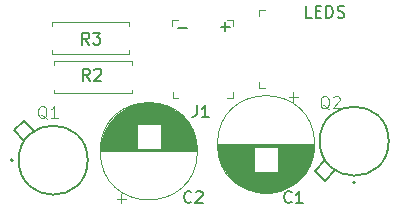
<source format=gbr>
%TF.GenerationSoftware,KiCad,Pcbnew,(5.1.6-0-10_14)*%
%TF.CreationDate,2020-09-04T22:16:53-04:00*%
%TF.ProjectId,bike_ligths,62696b65-5f6c-4696-9774-68732e6b6963,rev?*%
%TF.SameCoordinates,Original*%
%TF.FileFunction,Legend,Top*%
%TF.FilePolarity,Positive*%
%FSLAX46Y46*%
G04 Gerber Fmt 4.6, Leading zero omitted, Abs format (unit mm)*
G04 Created by KiCad (PCBNEW (5.1.6-0-10_14)) date 2020-09-04 22:16:53*
%MOMM*%
%LPD*%
G01*
G04 APERTURE LIST*
%ADD10C,0.150000*%
%ADD11C,0.120000*%
%ADD12C,0.200000*%
%ADD13C,0.127000*%
%ADD14C,0.100000*%
%ADD15C,0.015000*%
G04 APERTURE END LIST*
D10*
X150830327Y-80497988D02*
X151592232Y-80497988D01*
X154432047Y-80442108D02*
X155193952Y-80442108D01*
X154813000Y-80823060D02*
X154813000Y-80061156D01*
D11*
%TO.C,R3*%
X146688560Y-82766840D02*
X146688560Y-82436840D01*
X140148560Y-82766840D02*
X146688560Y-82766840D01*
X140148560Y-82436840D02*
X140148560Y-82766840D01*
X146688560Y-80026840D02*
X146688560Y-80356840D01*
X140148560Y-80026840D02*
X146688560Y-80026840D01*
X140148560Y-80356840D02*
X140148560Y-80026840D01*
%TO.C,C2*%
X145610840Y-94976938D02*
X146410840Y-94976938D01*
X146010840Y-95376938D02*
X146010840Y-94576938D01*
X147792840Y-86886240D02*
X148858840Y-86886240D01*
X147557840Y-86926240D02*
X149093840Y-86926240D01*
X147377840Y-86966240D02*
X149273840Y-86966240D01*
X147227840Y-87006240D02*
X149423840Y-87006240D01*
X147096840Y-87046240D02*
X149554840Y-87046240D01*
X146979840Y-87086240D02*
X149671840Y-87086240D01*
X146872840Y-87126240D02*
X149778840Y-87126240D01*
X146773840Y-87166240D02*
X149877840Y-87166240D01*
X146680840Y-87206240D02*
X149970840Y-87206240D01*
X146594840Y-87246240D02*
X150056840Y-87246240D01*
X146512840Y-87286240D02*
X150138840Y-87286240D01*
X146435840Y-87326240D02*
X150215840Y-87326240D01*
X146361840Y-87366240D02*
X150289840Y-87366240D01*
X146291840Y-87406240D02*
X150359840Y-87406240D01*
X146223840Y-87446240D02*
X150427840Y-87446240D01*
X146159840Y-87486240D02*
X150491840Y-87486240D01*
X146097840Y-87526240D02*
X150553840Y-87526240D01*
X146038840Y-87566240D02*
X150612840Y-87566240D01*
X145980840Y-87606240D02*
X150670840Y-87606240D01*
X145925840Y-87646240D02*
X150725840Y-87646240D01*
X145871840Y-87686240D02*
X150779840Y-87686240D01*
X145820840Y-87726240D02*
X150830840Y-87726240D01*
X145769840Y-87766240D02*
X150881840Y-87766240D01*
X145721840Y-87806240D02*
X150929840Y-87806240D01*
X145674840Y-87846240D02*
X150976840Y-87846240D01*
X145628840Y-87886240D02*
X151022840Y-87886240D01*
X145584840Y-87926240D02*
X151066840Y-87926240D01*
X145541840Y-87966240D02*
X151109840Y-87966240D01*
X145499840Y-88006240D02*
X151151840Y-88006240D01*
X145458840Y-88046240D02*
X151192840Y-88046240D01*
X145418840Y-88086240D02*
X151232840Y-88086240D01*
X145380840Y-88126240D02*
X151270840Y-88126240D01*
X145342840Y-88166240D02*
X151308840Y-88166240D01*
X145306840Y-88206240D02*
X151344840Y-88206240D01*
X145270840Y-88246240D02*
X151380840Y-88246240D01*
X145235840Y-88286240D02*
X151415840Y-88286240D01*
X145201840Y-88326240D02*
X151449840Y-88326240D01*
X145169840Y-88366240D02*
X151481840Y-88366240D01*
X145136840Y-88406240D02*
X151514840Y-88406240D01*
X145105840Y-88446240D02*
X151545840Y-88446240D01*
X145075840Y-88486240D02*
X151575840Y-88486240D01*
X145045840Y-88526240D02*
X151605840Y-88526240D01*
X145016840Y-88566240D02*
X151634840Y-88566240D01*
X144987840Y-88606240D02*
X151663840Y-88606240D01*
X144960840Y-88646240D02*
X151690840Y-88646240D01*
X149365840Y-88686240D02*
X151717840Y-88686240D01*
X144933840Y-88686240D02*
X147285840Y-88686240D01*
X149365840Y-88726240D02*
X151743840Y-88726240D01*
X144907840Y-88726240D02*
X147285840Y-88726240D01*
X149365840Y-88766240D02*
X151769840Y-88766240D01*
X144881840Y-88766240D02*
X147285840Y-88766240D01*
X149365840Y-88806240D02*
X151794840Y-88806240D01*
X144856840Y-88806240D02*
X147285840Y-88806240D01*
X149365840Y-88846240D02*
X151818840Y-88846240D01*
X144832840Y-88846240D02*
X147285840Y-88846240D01*
X149365840Y-88886240D02*
X151842840Y-88886240D01*
X144808840Y-88886240D02*
X147285840Y-88886240D01*
X149365840Y-88926240D02*
X151865840Y-88926240D01*
X144785840Y-88926240D02*
X147285840Y-88926240D01*
X149365840Y-88966240D02*
X151887840Y-88966240D01*
X144763840Y-88966240D02*
X147285840Y-88966240D01*
X149365840Y-89006240D02*
X151909840Y-89006240D01*
X144741840Y-89006240D02*
X147285840Y-89006240D01*
X149365840Y-89046240D02*
X151931840Y-89046240D01*
X144719840Y-89046240D02*
X147285840Y-89046240D01*
X149365840Y-89086240D02*
X151952840Y-89086240D01*
X144698840Y-89086240D02*
X147285840Y-89086240D01*
X149365840Y-89126240D02*
X151972840Y-89126240D01*
X144678840Y-89126240D02*
X147285840Y-89126240D01*
X149365840Y-89166240D02*
X151991840Y-89166240D01*
X144659840Y-89166240D02*
X147285840Y-89166240D01*
X149365840Y-89206240D02*
X152011840Y-89206240D01*
X144639840Y-89206240D02*
X147285840Y-89206240D01*
X149365840Y-89246240D02*
X152029840Y-89246240D01*
X144621840Y-89246240D02*
X147285840Y-89246240D01*
X149365840Y-89286240D02*
X152047840Y-89286240D01*
X144603840Y-89286240D02*
X147285840Y-89286240D01*
X149365840Y-89326240D02*
X152065840Y-89326240D01*
X144585840Y-89326240D02*
X147285840Y-89326240D01*
X149365840Y-89366240D02*
X152082840Y-89366240D01*
X144568840Y-89366240D02*
X147285840Y-89366240D01*
X149365840Y-89406240D02*
X152099840Y-89406240D01*
X144551840Y-89406240D02*
X147285840Y-89406240D01*
X149365840Y-89446240D02*
X152115840Y-89446240D01*
X144535840Y-89446240D02*
X147285840Y-89446240D01*
X149365840Y-89486240D02*
X152130840Y-89486240D01*
X144520840Y-89486240D02*
X147285840Y-89486240D01*
X149365840Y-89526240D02*
X152146840Y-89526240D01*
X144504840Y-89526240D02*
X147285840Y-89526240D01*
X149365840Y-89566240D02*
X152160840Y-89566240D01*
X144490840Y-89566240D02*
X147285840Y-89566240D01*
X149365840Y-89606240D02*
X152175840Y-89606240D01*
X144475840Y-89606240D02*
X147285840Y-89606240D01*
X149365840Y-89646240D02*
X152188840Y-89646240D01*
X144462840Y-89646240D02*
X147285840Y-89646240D01*
X149365840Y-89686240D02*
X152202840Y-89686240D01*
X144448840Y-89686240D02*
X147285840Y-89686240D01*
X149365840Y-89726240D02*
X152214840Y-89726240D01*
X144436840Y-89726240D02*
X147285840Y-89726240D01*
X149365840Y-89766240D02*
X152227840Y-89766240D01*
X144423840Y-89766240D02*
X147285840Y-89766240D01*
X149365840Y-89806240D02*
X152239840Y-89806240D01*
X144411840Y-89806240D02*
X147285840Y-89806240D01*
X149365840Y-89846240D02*
X152250840Y-89846240D01*
X144400840Y-89846240D02*
X147285840Y-89846240D01*
X149365840Y-89886240D02*
X152261840Y-89886240D01*
X144389840Y-89886240D02*
X147285840Y-89886240D01*
X149365840Y-89926240D02*
X152272840Y-89926240D01*
X144378840Y-89926240D02*
X147285840Y-89926240D01*
X149365840Y-89966240D02*
X152282840Y-89966240D01*
X144368840Y-89966240D02*
X147285840Y-89966240D01*
X149365840Y-90006240D02*
X152292840Y-90006240D01*
X144358840Y-90006240D02*
X147285840Y-90006240D01*
X149365840Y-90046240D02*
X152301840Y-90046240D01*
X144349840Y-90046240D02*
X147285840Y-90046240D01*
X149365840Y-90086240D02*
X152310840Y-90086240D01*
X144340840Y-90086240D02*
X147285840Y-90086240D01*
X149365840Y-90126240D02*
X152319840Y-90126240D01*
X144331840Y-90126240D02*
X147285840Y-90126240D01*
X149365840Y-90166240D02*
X152327840Y-90166240D01*
X144323840Y-90166240D02*
X147285840Y-90166240D01*
X149365840Y-90206240D02*
X152335840Y-90206240D01*
X144315840Y-90206240D02*
X147285840Y-90206240D01*
X149365840Y-90246240D02*
X152342840Y-90246240D01*
X144308840Y-90246240D02*
X147285840Y-90246240D01*
X149365840Y-90287240D02*
X152349840Y-90287240D01*
X144301840Y-90287240D02*
X147285840Y-90287240D01*
X149365840Y-90327240D02*
X152355840Y-90327240D01*
X144295840Y-90327240D02*
X147285840Y-90327240D01*
X149365840Y-90367240D02*
X152362840Y-90367240D01*
X144288840Y-90367240D02*
X147285840Y-90367240D01*
X149365840Y-90407240D02*
X152367840Y-90407240D01*
X144283840Y-90407240D02*
X147285840Y-90407240D01*
X149365840Y-90447240D02*
X152373840Y-90447240D01*
X144277840Y-90447240D02*
X147285840Y-90447240D01*
X149365840Y-90487240D02*
X152377840Y-90487240D01*
X144273840Y-90487240D02*
X147285840Y-90487240D01*
X149365840Y-90527240D02*
X152382840Y-90527240D01*
X144268840Y-90527240D02*
X147285840Y-90527240D01*
X149365840Y-90567240D02*
X152386840Y-90567240D01*
X144264840Y-90567240D02*
X147285840Y-90567240D01*
X149365840Y-90607240D02*
X152390840Y-90607240D01*
X144260840Y-90607240D02*
X147285840Y-90607240D01*
X149365840Y-90647240D02*
X152393840Y-90647240D01*
X144257840Y-90647240D02*
X147285840Y-90647240D01*
X149365840Y-90687240D02*
X152396840Y-90687240D01*
X144254840Y-90687240D02*
X147285840Y-90687240D01*
X149365840Y-90727240D02*
X152399840Y-90727240D01*
X144251840Y-90727240D02*
X147285840Y-90727240D01*
X144249840Y-90767240D02*
X152401840Y-90767240D01*
X144248840Y-90807240D02*
X152402840Y-90807240D01*
X144246840Y-90847240D02*
X152404840Y-90847240D01*
X144245840Y-90887240D02*
X152405840Y-90887240D01*
X144245840Y-90927240D02*
X152405840Y-90927240D01*
X144245840Y-90967240D02*
X152405840Y-90967240D01*
X152445840Y-90967240D02*
G75*
G03*
X152445840Y-90967240I-4120000J0D01*
G01*
D12*
%TO.C,Q2*%
X165819760Y-93614120D02*
G75*
G03*
X165819760Y-93614120I-100000J0D01*
G01*
D13*
X162378680Y-92627880D02*
X163282720Y-91723850D01*
X163206000Y-93455200D02*
X162378680Y-92627880D01*
X164110030Y-92551160D02*
X163206000Y-93455200D01*
X168639760Y-90114120D02*
G75*
G03*
X168639760Y-90114120I-2920000J0D01*
G01*
D12*
%TO.C,Q1*%
X136833400Y-91724480D02*
G75*
G03*
X136833400Y-91724480I-100000J0D01*
G01*
D13*
X137719640Y-88383400D02*
X138623670Y-89287440D01*
X136892320Y-89210720D02*
X137719640Y-88383400D01*
X137796360Y-90114750D02*
X136892320Y-89210720D01*
X143153400Y-91724480D02*
G75*
G03*
X143153400Y-91724480I-2920000J0D01*
G01*
D14*
%TO.C,LEDS*%
X157663360Y-78990920D02*
X157663360Y-79490920D01*
X157663360Y-78990920D02*
X158163360Y-78990920D01*
X157663360Y-85590920D02*
X157663360Y-85090920D01*
X157663360Y-85590920D02*
X158163360Y-85590920D01*
%TO.C,J1*%
X150328000Y-79849280D02*
X150828000Y-79849280D01*
X150328000Y-79849280D02*
X150328000Y-80349280D01*
X155478000Y-79839280D02*
X154978000Y-79839280D01*
X155478000Y-79839280D02*
X155478000Y-80339280D01*
X155478000Y-86439280D02*
X154978000Y-86439280D01*
X155478000Y-86439280D02*
X155478000Y-85939280D01*
X150338000Y-86419280D02*
X150838000Y-86419280D01*
X150338000Y-86419280D02*
X150338000Y-85919280D01*
D11*
%TO.C,C1*%
X160967160Y-86373982D02*
X160167160Y-86373982D01*
X160567160Y-85973982D02*
X160567160Y-86773982D01*
X158785160Y-94464680D02*
X157719160Y-94464680D01*
X159020160Y-94424680D02*
X157484160Y-94424680D01*
X159200160Y-94384680D02*
X157304160Y-94384680D01*
X159350160Y-94344680D02*
X157154160Y-94344680D01*
X159481160Y-94304680D02*
X157023160Y-94304680D01*
X159598160Y-94264680D02*
X156906160Y-94264680D01*
X159705160Y-94224680D02*
X156799160Y-94224680D01*
X159804160Y-94184680D02*
X156700160Y-94184680D01*
X159897160Y-94144680D02*
X156607160Y-94144680D01*
X159983160Y-94104680D02*
X156521160Y-94104680D01*
X160065160Y-94064680D02*
X156439160Y-94064680D01*
X160142160Y-94024680D02*
X156362160Y-94024680D01*
X160216160Y-93984680D02*
X156288160Y-93984680D01*
X160286160Y-93944680D02*
X156218160Y-93944680D01*
X160354160Y-93904680D02*
X156150160Y-93904680D01*
X160418160Y-93864680D02*
X156086160Y-93864680D01*
X160480160Y-93824680D02*
X156024160Y-93824680D01*
X160539160Y-93784680D02*
X155965160Y-93784680D01*
X160597160Y-93744680D02*
X155907160Y-93744680D01*
X160652160Y-93704680D02*
X155852160Y-93704680D01*
X160706160Y-93664680D02*
X155798160Y-93664680D01*
X160757160Y-93624680D02*
X155747160Y-93624680D01*
X160808160Y-93584680D02*
X155696160Y-93584680D01*
X160856160Y-93544680D02*
X155648160Y-93544680D01*
X160903160Y-93504680D02*
X155601160Y-93504680D01*
X160949160Y-93464680D02*
X155555160Y-93464680D01*
X160993160Y-93424680D02*
X155511160Y-93424680D01*
X161036160Y-93384680D02*
X155468160Y-93384680D01*
X161078160Y-93344680D02*
X155426160Y-93344680D01*
X161119160Y-93304680D02*
X155385160Y-93304680D01*
X161159160Y-93264680D02*
X155345160Y-93264680D01*
X161197160Y-93224680D02*
X155307160Y-93224680D01*
X161235160Y-93184680D02*
X155269160Y-93184680D01*
X161271160Y-93144680D02*
X155233160Y-93144680D01*
X161307160Y-93104680D02*
X155197160Y-93104680D01*
X161342160Y-93064680D02*
X155162160Y-93064680D01*
X161376160Y-93024680D02*
X155128160Y-93024680D01*
X161408160Y-92984680D02*
X155096160Y-92984680D01*
X161441160Y-92944680D02*
X155063160Y-92944680D01*
X161472160Y-92904680D02*
X155032160Y-92904680D01*
X161502160Y-92864680D02*
X155002160Y-92864680D01*
X161532160Y-92824680D02*
X154972160Y-92824680D01*
X161561160Y-92784680D02*
X154943160Y-92784680D01*
X161590160Y-92744680D02*
X154914160Y-92744680D01*
X161617160Y-92704680D02*
X154887160Y-92704680D01*
X157212160Y-92664680D02*
X154860160Y-92664680D01*
X161644160Y-92664680D02*
X159292160Y-92664680D01*
X157212160Y-92624680D02*
X154834160Y-92624680D01*
X161670160Y-92624680D02*
X159292160Y-92624680D01*
X157212160Y-92584680D02*
X154808160Y-92584680D01*
X161696160Y-92584680D02*
X159292160Y-92584680D01*
X157212160Y-92544680D02*
X154783160Y-92544680D01*
X161721160Y-92544680D02*
X159292160Y-92544680D01*
X157212160Y-92504680D02*
X154759160Y-92504680D01*
X161745160Y-92504680D02*
X159292160Y-92504680D01*
X157212160Y-92464680D02*
X154735160Y-92464680D01*
X161769160Y-92464680D02*
X159292160Y-92464680D01*
X157212160Y-92424680D02*
X154712160Y-92424680D01*
X161792160Y-92424680D02*
X159292160Y-92424680D01*
X157212160Y-92384680D02*
X154690160Y-92384680D01*
X161814160Y-92384680D02*
X159292160Y-92384680D01*
X157212160Y-92344680D02*
X154668160Y-92344680D01*
X161836160Y-92344680D02*
X159292160Y-92344680D01*
X157212160Y-92304680D02*
X154646160Y-92304680D01*
X161858160Y-92304680D02*
X159292160Y-92304680D01*
X157212160Y-92264680D02*
X154625160Y-92264680D01*
X161879160Y-92264680D02*
X159292160Y-92264680D01*
X157212160Y-92224680D02*
X154605160Y-92224680D01*
X161899160Y-92224680D02*
X159292160Y-92224680D01*
X157212160Y-92184680D02*
X154586160Y-92184680D01*
X161918160Y-92184680D02*
X159292160Y-92184680D01*
X157212160Y-92144680D02*
X154566160Y-92144680D01*
X161938160Y-92144680D02*
X159292160Y-92144680D01*
X157212160Y-92104680D02*
X154548160Y-92104680D01*
X161956160Y-92104680D02*
X159292160Y-92104680D01*
X157212160Y-92064680D02*
X154530160Y-92064680D01*
X161974160Y-92064680D02*
X159292160Y-92064680D01*
X157212160Y-92024680D02*
X154512160Y-92024680D01*
X161992160Y-92024680D02*
X159292160Y-92024680D01*
X157212160Y-91984680D02*
X154495160Y-91984680D01*
X162009160Y-91984680D02*
X159292160Y-91984680D01*
X157212160Y-91944680D02*
X154478160Y-91944680D01*
X162026160Y-91944680D02*
X159292160Y-91944680D01*
X157212160Y-91904680D02*
X154462160Y-91904680D01*
X162042160Y-91904680D02*
X159292160Y-91904680D01*
X157212160Y-91864680D02*
X154447160Y-91864680D01*
X162057160Y-91864680D02*
X159292160Y-91864680D01*
X157212160Y-91824680D02*
X154431160Y-91824680D01*
X162073160Y-91824680D02*
X159292160Y-91824680D01*
X157212160Y-91784680D02*
X154417160Y-91784680D01*
X162087160Y-91784680D02*
X159292160Y-91784680D01*
X157212160Y-91744680D02*
X154402160Y-91744680D01*
X162102160Y-91744680D02*
X159292160Y-91744680D01*
X157212160Y-91704680D02*
X154389160Y-91704680D01*
X162115160Y-91704680D02*
X159292160Y-91704680D01*
X157212160Y-91664680D02*
X154375160Y-91664680D01*
X162129160Y-91664680D02*
X159292160Y-91664680D01*
X157212160Y-91624680D02*
X154363160Y-91624680D01*
X162141160Y-91624680D02*
X159292160Y-91624680D01*
X157212160Y-91584680D02*
X154350160Y-91584680D01*
X162154160Y-91584680D02*
X159292160Y-91584680D01*
X157212160Y-91544680D02*
X154338160Y-91544680D01*
X162166160Y-91544680D02*
X159292160Y-91544680D01*
X157212160Y-91504680D02*
X154327160Y-91504680D01*
X162177160Y-91504680D02*
X159292160Y-91504680D01*
X157212160Y-91464680D02*
X154316160Y-91464680D01*
X162188160Y-91464680D02*
X159292160Y-91464680D01*
X157212160Y-91424680D02*
X154305160Y-91424680D01*
X162199160Y-91424680D02*
X159292160Y-91424680D01*
X157212160Y-91384680D02*
X154295160Y-91384680D01*
X162209160Y-91384680D02*
X159292160Y-91384680D01*
X157212160Y-91344680D02*
X154285160Y-91344680D01*
X162219160Y-91344680D02*
X159292160Y-91344680D01*
X157212160Y-91304680D02*
X154276160Y-91304680D01*
X162228160Y-91304680D02*
X159292160Y-91304680D01*
X157212160Y-91264680D02*
X154267160Y-91264680D01*
X162237160Y-91264680D02*
X159292160Y-91264680D01*
X157212160Y-91224680D02*
X154258160Y-91224680D01*
X162246160Y-91224680D02*
X159292160Y-91224680D01*
X157212160Y-91184680D02*
X154250160Y-91184680D01*
X162254160Y-91184680D02*
X159292160Y-91184680D01*
X157212160Y-91144680D02*
X154242160Y-91144680D01*
X162262160Y-91144680D02*
X159292160Y-91144680D01*
X157212160Y-91104680D02*
X154235160Y-91104680D01*
X162269160Y-91104680D02*
X159292160Y-91104680D01*
X157212160Y-91063680D02*
X154228160Y-91063680D01*
X162276160Y-91063680D02*
X159292160Y-91063680D01*
X157212160Y-91023680D02*
X154222160Y-91023680D01*
X162282160Y-91023680D02*
X159292160Y-91023680D01*
X157212160Y-90983680D02*
X154215160Y-90983680D01*
X162289160Y-90983680D02*
X159292160Y-90983680D01*
X157212160Y-90943680D02*
X154210160Y-90943680D01*
X162294160Y-90943680D02*
X159292160Y-90943680D01*
X157212160Y-90903680D02*
X154204160Y-90903680D01*
X162300160Y-90903680D02*
X159292160Y-90903680D01*
X157212160Y-90863680D02*
X154200160Y-90863680D01*
X162304160Y-90863680D02*
X159292160Y-90863680D01*
X157212160Y-90823680D02*
X154195160Y-90823680D01*
X162309160Y-90823680D02*
X159292160Y-90823680D01*
X157212160Y-90783680D02*
X154191160Y-90783680D01*
X162313160Y-90783680D02*
X159292160Y-90783680D01*
X157212160Y-90743680D02*
X154187160Y-90743680D01*
X162317160Y-90743680D02*
X159292160Y-90743680D01*
X157212160Y-90703680D02*
X154184160Y-90703680D01*
X162320160Y-90703680D02*
X159292160Y-90703680D01*
X157212160Y-90663680D02*
X154181160Y-90663680D01*
X162323160Y-90663680D02*
X159292160Y-90663680D01*
X157212160Y-90623680D02*
X154178160Y-90623680D01*
X162326160Y-90623680D02*
X159292160Y-90623680D01*
X162328160Y-90583680D02*
X154176160Y-90583680D01*
X162329160Y-90543680D02*
X154175160Y-90543680D01*
X162331160Y-90503680D02*
X154173160Y-90503680D01*
X162332160Y-90463680D02*
X154172160Y-90463680D01*
X162332160Y-90423680D02*
X154172160Y-90423680D01*
X162332160Y-90383680D02*
X154172160Y-90383680D01*
X162372160Y-90383680D02*
G75*
G03*
X162372160Y-90383680I-4120000J0D01*
G01*
%TO.C,R2*%
X146866360Y-86073920D02*
X146866360Y-85743920D01*
X140326360Y-86073920D02*
X146866360Y-86073920D01*
X140326360Y-85743920D02*
X140326360Y-86073920D01*
X146866360Y-83333920D02*
X146866360Y-83663920D01*
X140326360Y-83333920D02*
X146866360Y-83333920D01*
X140326360Y-83663920D02*
X140326360Y-83333920D01*
%TO.C,R3*%
D10*
X143282373Y-81935580D02*
X142949040Y-81459390D01*
X142710944Y-81935580D02*
X142710944Y-80935580D01*
X143091897Y-80935580D01*
X143187135Y-80983200D01*
X143234754Y-81030819D01*
X143282373Y-81126057D01*
X143282373Y-81268914D01*
X143234754Y-81364152D01*
X143187135Y-81411771D01*
X143091897Y-81459390D01*
X142710944Y-81459390D01*
X143615706Y-80935580D02*
X144234754Y-80935580D01*
X143901420Y-81316533D01*
X144044278Y-81316533D01*
X144139516Y-81364152D01*
X144187135Y-81411771D01*
X144234754Y-81507009D01*
X144234754Y-81745104D01*
X144187135Y-81840342D01*
X144139516Y-81887961D01*
X144044278Y-81935580D01*
X143758563Y-81935580D01*
X143663325Y-81887961D01*
X143615706Y-81840342D01*
%TO.C,C2*%
X151928533Y-95251542D02*
X151880914Y-95299161D01*
X151738057Y-95346780D01*
X151642819Y-95346780D01*
X151499961Y-95299161D01*
X151404723Y-95203923D01*
X151357104Y-95108685D01*
X151309485Y-94918209D01*
X151309485Y-94775352D01*
X151357104Y-94584876D01*
X151404723Y-94489638D01*
X151499961Y-94394400D01*
X151642819Y-94346780D01*
X151738057Y-94346780D01*
X151880914Y-94394400D01*
X151928533Y-94442019D01*
X152309485Y-94442019D02*
X152357104Y-94394400D01*
X152452342Y-94346780D01*
X152690438Y-94346780D01*
X152785676Y-94394400D01*
X152833295Y-94442019D01*
X152880914Y-94537257D01*
X152880914Y-94632495D01*
X152833295Y-94775352D01*
X152261866Y-95346780D01*
X152880914Y-95346780D01*
%TO.C,Q2*%
D15*
X163602681Y-87410539D02*
X163507443Y-87362920D01*
X163412205Y-87267681D01*
X163269348Y-87124824D01*
X163174110Y-87077205D01*
X163078872Y-87077205D01*
X163126491Y-87315300D02*
X163031253Y-87267681D01*
X162936015Y-87172443D01*
X162888396Y-86981967D01*
X162888396Y-86648634D01*
X162936015Y-86458158D01*
X163031253Y-86362920D01*
X163126491Y-86315300D01*
X163316967Y-86315300D01*
X163412205Y-86362920D01*
X163507443Y-86458158D01*
X163555062Y-86648634D01*
X163555062Y-86981967D01*
X163507443Y-87172443D01*
X163412205Y-87267681D01*
X163316967Y-87315300D01*
X163126491Y-87315300D01*
X163936015Y-86410539D02*
X163983634Y-86362920D01*
X164078872Y-86315300D01*
X164316967Y-86315300D01*
X164412205Y-86362920D01*
X164459824Y-86410539D01*
X164507443Y-86505777D01*
X164507443Y-86601015D01*
X164459824Y-86743872D01*
X163888396Y-87315300D01*
X164507443Y-87315300D01*
%TO.C,Q1*%
X139696201Y-88238579D02*
X139600963Y-88190960D01*
X139505725Y-88095721D01*
X139362868Y-87952864D01*
X139267630Y-87905245D01*
X139172392Y-87905245D01*
X139220011Y-88143340D02*
X139124773Y-88095721D01*
X139029535Y-88000483D01*
X138981916Y-87810007D01*
X138981916Y-87476674D01*
X139029535Y-87286198D01*
X139124773Y-87190960D01*
X139220011Y-87143340D01*
X139410487Y-87143340D01*
X139505725Y-87190960D01*
X139600963Y-87286198D01*
X139648582Y-87476674D01*
X139648582Y-87810007D01*
X139600963Y-88000483D01*
X139505725Y-88095721D01*
X139410487Y-88143340D01*
X139220011Y-88143340D01*
X140600963Y-88143340D02*
X140029535Y-88143340D01*
X140315249Y-88143340D02*
X140315249Y-87143340D01*
X140220011Y-87286198D01*
X140124773Y-87381436D01*
X140029535Y-87429055D01*
%TO.C,LEDS*%
D10*
X162116592Y-79659740D02*
X161640401Y-79659740D01*
X161640401Y-78659740D01*
X162449925Y-79135931D02*
X162783259Y-79135931D01*
X162926116Y-79659740D02*
X162449925Y-79659740D01*
X162449925Y-78659740D01*
X162926116Y-78659740D01*
X163354687Y-79659740D02*
X163354687Y-78659740D01*
X163592782Y-78659740D01*
X163735640Y-78707360D01*
X163830878Y-78802598D01*
X163878497Y-78897836D01*
X163926116Y-79088312D01*
X163926116Y-79231169D01*
X163878497Y-79421645D01*
X163830878Y-79516883D01*
X163735640Y-79612121D01*
X163592782Y-79659740D01*
X163354687Y-79659740D01*
X164307068Y-79612121D02*
X164449925Y-79659740D01*
X164688020Y-79659740D01*
X164783259Y-79612121D01*
X164830878Y-79564502D01*
X164878497Y-79469264D01*
X164878497Y-79374026D01*
X164830878Y-79278788D01*
X164783259Y-79231169D01*
X164688020Y-79183550D01*
X164497544Y-79135931D01*
X164402306Y-79088312D01*
X164354687Y-79040693D01*
X164307068Y-78945455D01*
X164307068Y-78850217D01*
X164354687Y-78754979D01*
X164402306Y-78707360D01*
X164497544Y-78659740D01*
X164735640Y-78659740D01*
X164878497Y-78707360D01*
%TO.C,J1*%
X152394666Y-87071660D02*
X152394666Y-87785946D01*
X152347047Y-87928803D01*
X152251809Y-88024041D01*
X152108952Y-88071660D01*
X152013714Y-88071660D01*
X153394666Y-88071660D02*
X152823238Y-88071660D01*
X153108952Y-88071660D02*
X153108952Y-87071660D01*
X153013714Y-87214518D01*
X152918476Y-87309756D01*
X152823238Y-87357375D01*
%TO.C,C1*%
X160412133Y-95251542D02*
X160364514Y-95299161D01*
X160221657Y-95346780D01*
X160126419Y-95346780D01*
X159983561Y-95299161D01*
X159888323Y-95203923D01*
X159840704Y-95108685D01*
X159793085Y-94918209D01*
X159793085Y-94775352D01*
X159840704Y-94584876D01*
X159888323Y-94489638D01*
X159983561Y-94394400D01*
X160126419Y-94346780D01*
X160221657Y-94346780D01*
X160364514Y-94394400D01*
X160412133Y-94442019D01*
X161364514Y-95346780D02*
X160793085Y-95346780D01*
X161078800Y-95346780D02*
X161078800Y-94346780D01*
X160983561Y-94489638D01*
X160888323Y-94584876D01*
X160793085Y-94632495D01*
%TO.C,R2*%
X143338253Y-84983580D02*
X143004920Y-84507390D01*
X142766824Y-84983580D02*
X142766824Y-83983580D01*
X143147777Y-83983580D01*
X143243015Y-84031200D01*
X143290634Y-84078819D01*
X143338253Y-84174057D01*
X143338253Y-84316914D01*
X143290634Y-84412152D01*
X143243015Y-84459771D01*
X143147777Y-84507390D01*
X142766824Y-84507390D01*
X143719205Y-84078819D02*
X143766824Y-84031200D01*
X143862062Y-83983580D01*
X144100158Y-83983580D01*
X144195396Y-84031200D01*
X144243015Y-84078819D01*
X144290634Y-84174057D01*
X144290634Y-84269295D01*
X144243015Y-84412152D01*
X143671586Y-84983580D01*
X144290634Y-84983580D01*
%TD*%
M02*

</source>
